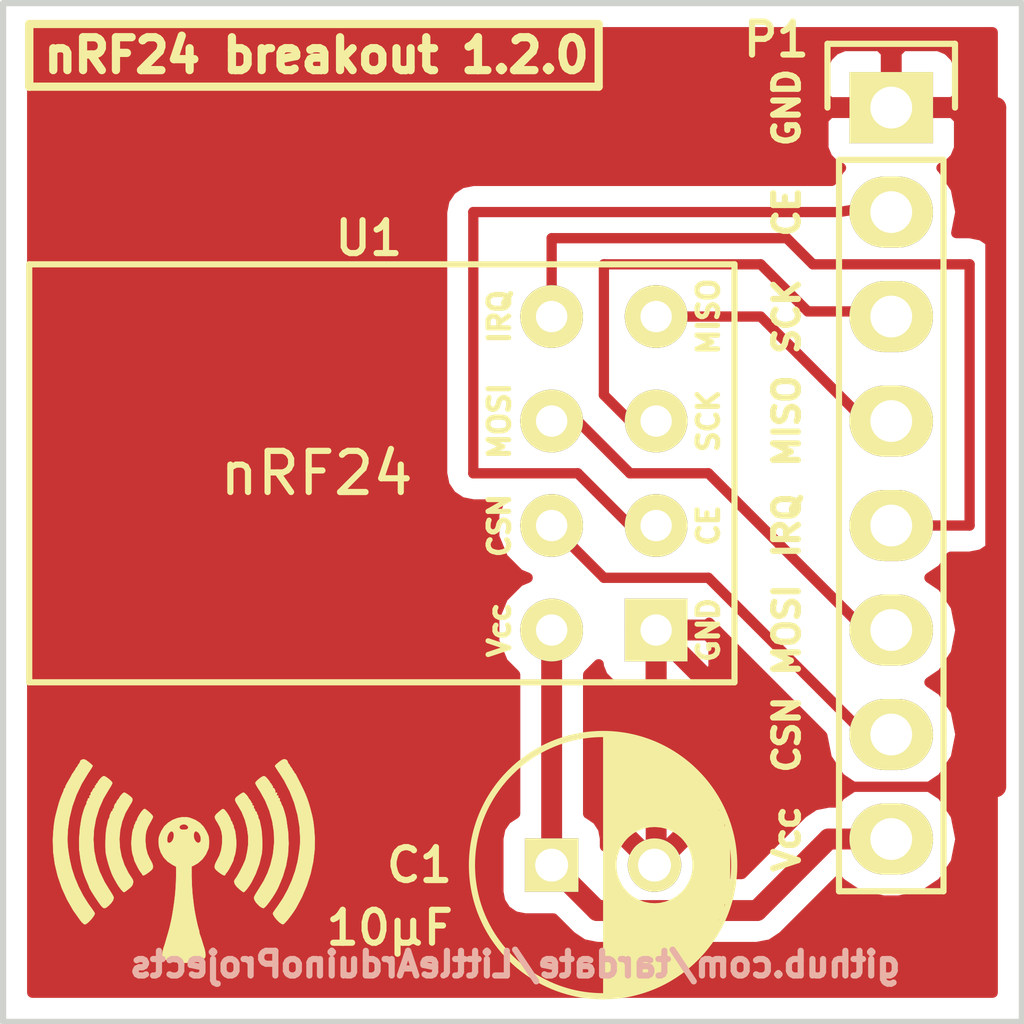
<source format=kicad_pcb>
(kicad_pcb (version 4) (host pcbnew 4.0.1-stable)

  (general
    (links 10)
    (no_connects 0)
    (area 130.099999 103.725 156.873334 130.250001)
    (thickness 1.6)
    (drawings 19)
    (tracks 48)
    (zones 0)
    (modules 4)
    (nets 9)
  )

  (page A4)
  (title_block
    (title "nRF24 Breakout")
    (date 2016-01-16)
    (rev 1.2.0)
    (company github.com/tardate/LittleArduinoProjects/blob/master/Electronics101/nRF24Breakout)
  )

  (layers
    (0 F.Cu signal)
    (31 B.Cu signal)
    (32 B.Adhes user)
    (33 F.Adhes user)
    (34 B.Paste user)
    (35 F.Paste user)
    (36 B.SilkS user)
    (37 F.SilkS user)
    (38 B.Mask user)
    (39 F.Mask user)
    (40 Dwgs.User user)
    (41 Cmts.User user)
    (42 Eco1.User user)
    (43 Eco2.User user)
    (44 Edge.Cuts user)
    (45 Margin user)
    (46 B.CrtYd user)
    (47 F.CrtYd user)
    (48 B.Fab user)
    (49 F.Fab user)
  )

  (setup
    (last_trace_width 0.25)
    (user_trace_width 0.1524)
    (user_trace_width 0.254)
    (user_trace_width 0.381)
    (user_trace_width 0.508)
    (user_trace_width 0.8128)
    (trace_clearance 0.2)
    (zone_clearance 0.508)
    (zone_45_only no)
    (trace_min 0.1524)
    (segment_width 0.2)
    (edge_width 0.15)
    (via_size 0.6)
    (via_drill 0.4)
    (via_min_size 0.4)
    (via_min_drill 0.3302)
    (user_via 0.4826 0.3302)
    (user_via 0.5 0.4)
    (user_via 1.905 0.3302)
    (uvia_size 0.3)
    (uvia_drill 0.1)
    (uvias_allowed no)
    (uvia_min_size 0.2)
    (uvia_min_drill 0.1)
    (pcb_text_width 0.3)
    (pcb_text_size 1.5 1.5)
    (mod_edge_width 0.15)
    (mod_text_size 1 1)
    (mod_text_width 0.15)
    (pad_size 1.524 1.524)
    (pad_drill 0.762)
    (pad_to_mask_clearance 0.2)
    (aux_axis_origin 0 0)
    (visible_elements FFFFFF7F)
    (pcbplotparams
      (layerselection 0x010f0_80000001)
      (usegerberextensions true)
      (excludeedgelayer true)
      (linewidth 0.100000)
      (plotframeref false)
      (viasonmask false)
      (mode 1)
      (useauxorigin false)
      (hpglpennumber 1)
      (hpglpenspeed 20)
      (hpglpendiameter 15)
      (hpglpenoverlay 2)
      (psnegative false)
      (psa4output false)
      (plotreference true)
      (plotvalue true)
      (plotinvisibletext false)
      (padsonsilk false)
      (subtractmaskfromsilk false)
      (outputformat 1)
      (mirror false)
      (drillshape 0)
      (scaleselection 1)
      (outputdirectory nrf24_breakout_export/))
  )

  (net 0 "")
  (net 1 "Net-(P1-Pad2)")
  (net 2 "Net-(P1-Pad3)")
  (net 3 "Net-(P1-Pad4)")
  (net 4 "Net-(P1-Pad5)")
  (net 5 "Net-(P1-Pad6)")
  (net 6 "Net-(P1-Pad7)")
  (net 7 "Net-(C1-Pad1)")
  (net 8 "Net-(C1-Pad2)")

  (net_class Default "This is the default net class."
    (clearance 0.2)
    (trace_width 0.25)
    (via_dia 0.6)
    (via_drill 0.4)
    (uvia_dia 0.3)
    (uvia_drill 0.1)
    (add_net "Net-(C1-Pad1)")
    (add_net "Net-(C1-Pad2)")
    (add_net "Net-(P1-Pad2)")
    (add_net "Net-(P1-Pad3)")
    (add_net "Net-(P1-Pad4)")
    (add_net "Net-(P1-Pad5)")
    (add_net "Net-(P1-Pad6)")
    (add_net "Net-(P1-Pad7)")
  )

  (module Pin_Headers:Pin_Header_Straight_1x08 (layer F.Cu) (tedit 569BB1A5) (tstamp 569B0066)
    (at 151.765 107.95)
    (descr "Through hole pin header")
    (tags "pin header")
    (path /569AD7BE)
    (fp_text reference P1 (at -2.794 -1.651) (layer F.SilkS)
      (effects (font (size 0.8 0.8) (thickness 0.15)))
    )
    (fp_text value CONN_01X08 (at 0 -3.1) (layer F.Fab) hide
      (effects (font (size 1 1) (thickness 0.15)))
    )
    (fp_line (start -1.75 -1.75) (end -1.75 19.55) (layer F.CrtYd) (width 0.05))
    (fp_line (start 1.75 -1.75) (end 1.75 19.55) (layer F.CrtYd) (width 0.05))
    (fp_line (start -1.75 -1.75) (end 1.75 -1.75) (layer F.CrtYd) (width 0.05))
    (fp_line (start -1.75 19.55) (end 1.75 19.55) (layer F.CrtYd) (width 0.05))
    (fp_line (start 1.27 1.27) (end 1.27 19.05) (layer F.SilkS) (width 0.15))
    (fp_line (start 1.27 19.05) (end -1.27 19.05) (layer F.SilkS) (width 0.15))
    (fp_line (start -1.27 19.05) (end -1.27 1.27) (layer F.SilkS) (width 0.15))
    (fp_line (start 1.55 -1.55) (end 1.55 0) (layer F.SilkS) (width 0.15))
    (fp_line (start 1.27 1.27) (end -1.27 1.27) (layer F.SilkS) (width 0.15))
    (fp_line (start -1.55 0) (end -1.55 -1.55) (layer F.SilkS) (width 0.15))
    (fp_line (start -1.55 -1.55) (end 1.55 -1.55) (layer F.SilkS) (width 0.15))
    (pad 1 thru_hole rect (at 0 0) (size 2.032 1.7272) (drill 1.016) (layers *.Cu *.Mask F.SilkS)
      (net 8 "Net-(C1-Pad2)"))
    (pad 2 thru_hole oval (at 0 2.54) (size 2.032 1.7272) (drill 1.016) (layers *.Cu *.Mask F.SilkS)
      (net 1 "Net-(P1-Pad2)"))
    (pad 3 thru_hole oval (at 0 5.08) (size 2.032 1.7272) (drill 1.016) (layers *.Cu *.Mask F.SilkS)
      (net 2 "Net-(P1-Pad3)"))
    (pad 4 thru_hole oval (at 0 7.62) (size 2.032 1.7272) (drill 1.016) (layers *.Cu *.Mask F.SilkS)
      (net 3 "Net-(P1-Pad4)"))
    (pad 5 thru_hole oval (at 0 10.16) (size 2.032 1.7272) (drill 1.016) (layers *.Cu *.Mask F.SilkS)
      (net 4 "Net-(P1-Pad5)"))
    (pad 6 thru_hole oval (at 0 12.7) (size 2.032 1.7272) (drill 1.016) (layers *.Cu *.Mask F.SilkS)
      (net 5 "Net-(P1-Pad6)"))
    (pad 7 thru_hole oval (at 0 15.24) (size 2.032 1.7272) (drill 1.016) (layers *.Cu *.Mask F.SilkS)
      (net 6 "Net-(P1-Pad7)"))
    (pad 8 thru_hole oval (at 0 17.78) (size 2.032 1.7272) (drill 1.016) (layers *.Cu *.Mask F.SilkS)
      (net 7 "Net-(C1-Pad1)"))
    (model Pin_Headers.3dshapes/Pin_Header_Straight_1x08.wrl
      (at (xyz 0 -0.35 0))
      (scale (xyz 1 1 1))
      (rotate (xyz 0 0 90))
    )
  )

  (module nrf24_footprint:nRF24 (layer F.Cu) (tedit 569BB17F) (tstamp 569B007E)
    (at 138.43 120.65)
    (descr "footprint for generic nRF24 module")
    (path /569ADBE8)
    (fp_text reference U1 (at 0.635 -9.525) (layer F.SilkS)
      (effects (font (size 0.8 0.8) (thickness 0.15)))
    )
    (fp_text value nRF24 (at -0.635 -3.81) (layer F.SilkS)
      (effects (font (size 1 1) (thickness 0.15)))
    )
    (fp_line (start -7.62 1.27) (end 9.525 1.27) (layer F.SilkS) (width 0.15))
    (fp_line (start -7.62 -8.89) (end 9.525 -8.89) (layer F.SilkS) (width 0.15))
    (fp_line (start -7.62 -8.89) (end -7.62 1.27) (layer F.SilkS) (width 0.15))
    (fp_line (start 9.525 -8.89) (end 9.525 1.27) (layer F.SilkS) (width 0.15))
    (fp_text user Vcc (at 3.81 0 90) (layer F.SilkS)
      (effects (font (size 0.5 0.5) (thickness 0.125)))
    )
    (fp_text user CSN (at 3.81 -2.54 90) (layer F.SilkS)
      (effects (font (size 0.5 0.5) (thickness 0.125)))
    )
    (fp_text user MOSI (at 3.81 -5.08 90) (layer F.SilkS)
      (effects (font (size 0.5 0.5) (thickness 0.125)))
    )
    (fp_text user IRQ (at 3.81 -7.62 90) (layer F.SilkS)
      (effects (font (size 0.5 0.5) (thickness 0.125)))
    )
    (fp_text user MISO (at 8.89 -7.62 90) (layer F.SilkS)
      (effects (font (size 0.5 0.5) (thickness 0.125)))
    )
    (fp_text user SCK (at 8.89 -5.08 90) (layer F.SilkS)
      (effects (font (size 0.5 0.5) (thickness 0.125)))
    )
    (fp_text user CE (at 8.89 -2.54 90) (layer F.SilkS)
      (effects (font (size 0.5 0.5) (thickness 0.125)))
    )
    (fp_text user GND (at 8.89 0 90) (layer F.SilkS)
      (effects (font (size 0.5 0.5) (thickness 0.125)))
    )
    (pad 1 thru_hole circle (at 7.62 -2.54) (size 1.524 1.524) (drill 0.762) (layers *.Cu *.Mask F.SilkS)
      (net 1 "Net-(P1-Pad2)"))
    (pad 2 thru_hole circle (at 7.62 -5.08) (size 1.524 1.524) (drill 0.762) (layers *.Cu *.Mask F.SilkS)
      (net 2 "Net-(P1-Pad3)"))
    (pad 3 thru_hole circle (at 7.62 -7.62) (size 1.524 1.524) (drill 0.762) (layers *.Cu *.Mask F.SilkS)
      (net 3 "Net-(P1-Pad4)"))
    (pad 4 thru_hole circle (at 5.08 -7.62) (size 1.524 1.524) (drill 0.762) (layers *.Cu *.Mask F.SilkS)
      (net 4 "Net-(P1-Pad5)"))
    (pad 5 thru_hole circle (at 5.08 -5.08) (size 1.524 1.524) (drill 0.762) (layers *.Cu *.Mask F.SilkS)
      (net 5 "Net-(P1-Pad6)"))
    (pad 6 thru_hole circle (at 5.08 -2.54) (size 1.524 1.524) (drill 0.762) (layers *.Cu *.Mask F.SilkS)
      (net 6 "Net-(P1-Pad7)"))
    (pad 7 thru_hole circle (at 5.08 0) (size 1.524 1.524) (drill 0.762) (layers *.Cu *.Mask F.SilkS)
      (net 7 "Net-(C1-Pad1)"))
    (pad 0 thru_hole rect (at 7.62 0) (size 1.524 1.524) (drill 0.762) (layers *.Cu *.Mask F.SilkS)
      (net 8 "Net-(C1-Pad2)"))
  )

  (module Capacitors_ThroughHole:C_Radial_D6.3_L11.2_P2.5 (layer F.Cu) (tedit 569BB190) (tstamp 569BA1D1)
    (at 143.51 126.365)
    (descr "Radial Electrolytic Capacitor, Diameter 6.3mm x Length 11.2mm, Pitch 2.5mm")
    (tags "Electrolytic Capacitor")
    (path /569B7630)
    (fp_text reference C1 (at -3.215 0) (layer F.SilkS)
      (effects (font (size 0.8 0.8) (thickness 0.15)))
    )
    (fp_text value 10µF (at -3.937 1.524) (layer F.SilkS)
      (effects (font (size 0.8 0.8) (thickness 0.15)))
    )
    (fp_line (start 1.325 -3.149) (end 1.325 3.149) (layer F.SilkS) (width 0.15))
    (fp_line (start 1.465 -3.143) (end 1.465 3.143) (layer F.SilkS) (width 0.15))
    (fp_line (start 1.605 -3.13) (end 1.605 -0.446) (layer F.SilkS) (width 0.15))
    (fp_line (start 1.605 0.446) (end 1.605 3.13) (layer F.SilkS) (width 0.15))
    (fp_line (start 1.745 -3.111) (end 1.745 -0.656) (layer F.SilkS) (width 0.15))
    (fp_line (start 1.745 0.656) (end 1.745 3.111) (layer F.SilkS) (width 0.15))
    (fp_line (start 1.885 -3.085) (end 1.885 -0.789) (layer F.SilkS) (width 0.15))
    (fp_line (start 1.885 0.789) (end 1.885 3.085) (layer F.SilkS) (width 0.15))
    (fp_line (start 2.025 -3.053) (end 2.025 -0.88) (layer F.SilkS) (width 0.15))
    (fp_line (start 2.025 0.88) (end 2.025 3.053) (layer F.SilkS) (width 0.15))
    (fp_line (start 2.165 -3.014) (end 2.165 -0.942) (layer F.SilkS) (width 0.15))
    (fp_line (start 2.165 0.942) (end 2.165 3.014) (layer F.SilkS) (width 0.15))
    (fp_line (start 2.305 -2.968) (end 2.305 -0.981) (layer F.SilkS) (width 0.15))
    (fp_line (start 2.305 0.981) (end 2.305 2.968) (layer F.SilkS) (width 0.15))
    (fp_line (start 2.445 -2.915) (end 2.445 -0.998) (layer F.SilkS) (width 0.15))
    (fp_line (start 2.445 0.998) (end 2.445 2.915) (layer F.SilkS) (width 0.15))
    (fp_line (start 2.585 -2.853) (end 2.585 -0.996) (layer F.SilkS) (width 0.15))
    (fp_line (start 2.585 0.996) (end 2.585 2.853) (layer F.SilkS) (width 0.15))
    (fp_line (start 2.725 -2.783) (end 2.725 -0.974) (layer F.SilkS) (width 0.15))
    (fp_line (start 2.725 0.974) (end 2.725 2.783) (layer F.SilkS) (width 0.15))
    (fp_line (start 2.865 -2.704) (end 2.865 -0.931) (layer F.SilkS) (width 0.15))
    (fp_line (start 2.865 0.931) (end 2.865 2.704) (layer F.SilkS) (width 0.15))
    (fp_line (start 3.005 -2.616) (end 3.005 -0.863) (layer F.SilkS) (width 0.15))
    (fp_line (start 3.005 0.863) (end 3.005 2.616) (layer F.SilkS) (width 0.15))
    (fp_line (start 3.145 -2.516) (end 3.145 -0.764) (layer F.SilkS) (width 0.15))
    (fp_line (start 3.145 0.764) (end 3.145 2.516) (layer F.SilkS) (width 0.15))
    (fp_line (start 3.285 -2.404) (end 3.285 -0.619) (layer F.SilkS) (width 0.15))
    (fp_line (start 3.285 0.619) (end 3.285 2.404) (layer F.SilkS) (width 0.15))
    (fp_line (start 3.425 -2.279) (end 3.425 -0.38) (layer F.SilkS) (width 0.15))
    (fp_line (start 3.425 0.38) (end 3.425 2.279) (layer F.SilkS) (width 0.15))
    (fp_line (start 3.565 -2.136) (end 3.565 2.136) (layer F.SilkS) (width 0.15))
    (fp_line (start 3.705 -1.974) (end 3.705 1.974) (layer F.SilkS) (width 0.15))
    (fp_line (start 3.845 -1.786) (end 3.845 1.786) (layer F.SilkS) (width 0.15))
    (fp_line (start 3.985 -1.563) (end 3.985 1.563) (layer F.SilkS) (width 0.15))
    (fp_line (start 4.125 -1.287) (end 4.125 1.287) (layer F.SilkS) (width 0.15))
    (fp_line (start 4.265 -0.912) (end 4.265 0.912) (layer F.SilkS) (width 0.15))
    (fp_circle (center 2.5 0) (end 2.5 -1) (layer F.SilkS) (width 0.15))
    (fp_circle (center 1.25 0) (end 1.25 -3.1875) (layer F.SilkS) (width 0.15))
    (fp_circle (center 1.25 0) (end 1.25 -3.4) (layer F.CrtYd) (width 0.05))
    (pad 2 thru_hole circle (at 2.5 0) (size 1.3 1.3) (drill 0.8) (layers *.Cu *.Mask F.SilkS)
      (net 8 "Net-(C1-Pad2)"))
    (pad 1 thru_hole rect (at 0 0) (size 1.3 1.3) (drill 0.8) (layers *.Cu *.Mask F.SilkS)
      (net 7 "Net-(C1-Pad1)"))
    (model Capacitors_ThroughHole.3dshapes/C_Radial_D6.3_L11.2_P2.5.wrl
      (at (xyz 0 0 0))
      (scale (xyz 1 1 1))
      (rotate (xyz 0 0 0))
    )
  )

  (module graphics:icon-negative (layer F.Cu) (tedit 0) (tstamp 569BBF2A)
    (at 134.62 126.238)
    (fp_text reference G*** (at 0 0) (layer F.SilkS) hide
      (effects (font (thickness 0.3)))
    )
    (fp_text value LOGO (at 0.75 0) (layer F.SilkS) hide
      (effects (font (thickness 0.3)))
    )
    (fp_poly (pts (xy 0.036814 -1.035461) (xy 0.101072 -1.020428) (xy 0.230167 -0.968578) (xy 0.335431 -0.900959)
      (xy 0.421759 -0.812826) (xy 0.494043 -0.699433) (xy 0.543349 -0.59158) (xy 0.555657 -0.538429)
      (xy 0.561434 -0.465166) (xy 0.560653 -0.385149) (xy 0.553284 -0.311738) (xy 0.544062 -0.271034)
      (xy 0.484703 -0.135804) (xy 0.400412 -0.019036) (xy 0.295066 0.074646) (xy 0.214114 0.122448)
      (xy 0.136376 0.160217) (xy 0.136531 0.408263) (xy 0.142353 0.611554) (xy 0.158904 0.835096)
      (xy 0.185169 1.067135) (xy 0.20592 1.210336) (xy 0.219311 1.288167) (xy 0.236287 1.376654)
      (xy 0.25507 1.467587) (xy 0.273886 1.552755) (xy 0.290957 1.623948) (xy 0.304508 1.672956)
      (xy 0.30842 1.684191) (xy 0.320873 1.72939) (xy 0.323893 1.756872) (xy 0.331797 1.801488)
      (xy 0.339189 1.819996) (xy 0.351229 1.850112) (xy 0.36902 1.902548) (xy 0.389032 1.966818)
      (xy 0.392189 1.97745) (xy 0.412263 2.044067) (xy 0.430469 2.101975) (xy 0.44326 2.139927)
      (xy 0.444403 2.142971) (xy 0.455212 2.182061) (xy 0.466077 2.238226) (xy 0.470367 2.266992)
      (xy 0.475008 2.324434) (xy 0.468626 2.361121) (xy 0.451994 2.386303) (xy 0.403212 2.419936)
      (xy 0.32248 2.449374) (xy 0.211748 2.474021) (xy 0.12088 2.487666) (xy 0.035083 2.497672)
      (xy -0.032755 2.502407) (xy -0.096007 2.501829) (xy -0.168047 2.495893) (xy -0.247181 2.486476)
      (xy -0.366976 2.465962) (xy -0.461419 2.438452) (xy -0.52743 2.405042) (xy -0.556807 2.376202)
      (xy -0.574119 2.322124) (xy -0.569833 2.244734) (xy -0.543837 2.142756) (xy -0.534127 2.113825)
      (xy -0.51452 2.054987) (xy -0.497716 2.000212) (xy -0.493745 1.985973) (xy -0.481879 1.943692)
      (xy -0.463915 1.882203) (xy -0.443949 1.815503) (xy -0.422768 1.742747) (xy -0.403201 1.670664)
      (xy -0.390569 1.619463) (xy -0.37572 1.55355) (xy -0.360685 1.487251) (xy -0.357791 1.474564)
      (xy -0.339091 1.382428) (xy -0.318817 1.264678) (xy -0.298261 1.129672) (xy -0.278715 0.985769)
      (xy -0.265598 0.877919) (xy -0.258215 0.802344) (xy -0.251462 0.712044) (xy -0.245548 0.612948)
      (xy -0.24068 0.510982) (xy -0.237068 0.412073) (xy -0.23492 0.322148) (xy -0.234446 0.247133)
      (xy -0.235853 0.192957) (xy -0.239352 0.165546) (xy -0.240438 0.163682) (xy -0.258346 0.1531)
      (xy -0.29642 0.13293) (xy -0.322052 0.119843) (xy -0.442458 0.040846) (xy -0.539558 -0.060917)
      (xy -0.610692 -0.181127) (xy -0.653197 -0.315468) (xy -0.664832 -0.43644) (xy -0.66368 -0.477367)
      (xy -0.458504 -0.477367) (xy -0.449567 -0.43517) (xy -0.426736 -0.411804) (xy -0.392041 -0.412805)
      (xy -0.354166 -0.435334) (xy -0.321792 -0.47655) (xy -0.321524 -0.477049) (xy -0.298493 -0.537441)
      (xy -0.291763 -0.590985) (xy 0.187517 -0.590985) (xy 0.196251 -0.525968) (xy 0.219115 -0.471786)
      (xy 0.251102 -0.432548) (xy 0.287206 -0.41236) (xy 0.322421 -0.41533) (xy 0.351741 -0.445564)
      (xy 0.355528 -0.453156) (xy 0.365523 -0.51072) (xy 0.353642 -0.577723) (xy 0.323098 -0.640523)
      (xy 0.306475 -0.661303) (xy 0.263136 -0.693541) (xy 0.226549 -0.693956) (xy 0.200306 -0.664669)
      (xy 0.187999 -0.607805) (xy 0.187517 -0.590985) (xy -0.291763 -0.590985) (xy -0.291049 -0.596659)
      (xy -0.297731 -0.64764) (xy -0.317076 -0.683322) (xy -0.347624 -0.696642) (xy -0.366195 -0.692882)
      (xy -0.40485 -0.661924) (xy -0.435518 -0.608274) (xy -0.454601 -0.543049) (xy -0.458504 -0.477367)
      (xy -0.66368 -0.477367) (xy -0.663087 -0.498397) (xy -0.655844 -0.549946) (xy -0.640085 -0.602342)
      (xy -0.612796 -0.666843) (xy -0.590298 -0.714649) (xy -0.531328 -0.804874) (xy -0.159269 -0.804874)
      (xy -0.153257 -0.766804) (xy -0.153213 -0.766723) (xy -0.133656 -0.745248) (xy -0.098585 -0.735138)
      (xy -0.051141 -0.73302) (xy 0.004137 -0.736254) (xy 0.035712 -0.74815) (xy 0.050932 -0.766723)
      (xy 0.058897 -0.797796) (xy 0.041331 -0.827789) (xy 0.034485 -0.834911) (xy -0.007044 -0.86011)
      (xy -0.055303 -0.866756) (xy -0.102173 -0.857799) (xy -0.139535 -0.836188) (xy -0.159269 -0.804874)
      (xy -0.531328 -0.804874) (xy -0.524428 -0.81543) (xy -0.434123 -0.901256) (xy -0.326115 -0.969149)
      (xy -0.207135 -1.016132) (xy -0.083915 -1.039229) (xy 0.036814 -1.035461)) (layer F.SilkS) (width 0.01))
    (fp_poly (pts (xy -2.449529 -2.435543) (xy -2.411941 -2.412182) (xy -2.36658 -2.378769) (xy -2.321867 -2.342264)
      (xy -2.286223 -2.309625) (xy -2.268067 -2.287811) (xy -2.267248 -2.284911) (xy -2.276347 -2.266021)
      (xy -2.301085 -2.225256) (xy -2.337622 -2.168726) (xy -2.379542 -2.106304) (xy -2.534154 -1.852088)
      (xy -2.662202 -1.582847) (xy -2.762229 -1.303172) (xy -2.832778 -1.017655) (xy -2.872391 -0.730888)
      (xy -2.880939 -0.526569) (xy -2.880077 -0.448166) (xy -2.87691 -0.376644) (xy -2.87057 -0.303634)
      (xy -2.860188 -0.220769) (xy -2.844895 -0.119681) (xy -2.828035 -0.017047) (xy -2.77897 0.200849)
      (xy -2.704995 0.427591) (xy -2.610111 0.653956) (xy -2.498321 0.870721) (xy -2.373625 1.068664)
      (xy -2.332094 1.125935) (xy -2.2857 1.189358) (xy -2.24815 1.24398) (xy -2.223634 1.283483)
      (xy -2.216171 1.300659) (xy -2.228238 1.338089) (xy -2.25971 1.388146) (xy -2.303759 1.443305)
      (xy -2.353558 1.49604) (xy -2.402279 1.538827) (xy -2.443094 1.56414) (xy -2.45863 1.567896)
      (xy -2.483673 1.555488) (xy -2.520376 1.522635) (xy -2.558458 1.47927) (xy -2.736314 1.229353)
      (xy -2.889305 0.962611) (xy -3.016083 0.683057) (xy -3.115299 0.394709) (xy -3.185605 0.101581)
      (xy -3.225653 -0.192312) (xy -3.234094 -0.482953) (xy -3.23246 -0.528054) (xy -3.221027 -0.712753)
      (xy -3.20479 -0.872585) (xy -3.184166 -1.003809) (xy -3.174559 -1.048389) (xy -3.154973 -1.128056)
      (xy -3.132175 -1.216647) (xy -3.109352 -1.302117) (xy -3.089689 -1.372419) (xy -3.08212 -1.397852)
      (xy -3.054642 -1.479523) (xy -3.022448 -1.56413) (xy -2.991389 -1.636613) (xy -2.981232 -1.657588)
      (xy -2.968211 -1.696067) (xy -2.966174 -1.71299) (xy -2.957041 -1.735824) (xy -2.949127 -1.738792)
      (xy -2.933918 -1.752562) (xy -2.93208 -1.763844) (xy -2.928829 -1.782649) (xy -2.917305 -1.810957)
      (xy -2.89485 -1.853969) (xy -2.858805 -1.916887) (xy -2.822937 -1.97745) (xy -2.794642 -2.027366)
      (xy -2.773495 -2.069175) (xy -2.767397 -2.083993) (xy -2.752146 -2.109175) (xy -2.742575 -2.113826)
      (xy -2.729206 -2.127662) (xy -2.727516 -2.139396) (xy -2.718312 -2.162082) (xy -2.710469 -2.164966)
      (xy -2.694807 -2.178522) (xy -2.693422 -2.187323) (xy -2.682613 -2.215218) (xy -2.659328 -2.246274)
      (xy -2.634684 -2.277597) (xy -2.625235 -2.298542) (xy -2.613541 -2.321394) (xy -2.599664 -2.335436)
      (xy -2.577851 -2.367583) (xy -2.574094 -2.385928) (xy -2.559361 -2.417279) (xy -2.523572 -2.438247)
      (xy -2.479341 -2.443807) (xy -2.449529 -2.435543)) (layer F.SilkS) (width 0.01))
    (fp_poly (pts (xy 2.437226 -2.434846) (xy 2.466129 -2.407694) (xy 2.471812 -2.385784) (xy 2.484075 -2.350765)
      (xy 2.497383 -2.335436) (xy 2.518833 -2.310468) (xy 2.522953 -2.298542) (xy 2.533548 -2.275841)
      (xy 2.557047 -2.246274) (xy 2.581895 -2.212515) (xy 2.591141 -2.187323) (xy 2.601478 -2.166782)
      (xy 2.608188 -2.164966) (xy 2.623312 -2.151159) (xy 2.625235 -2.139396) (xy 2.632175 -2.116601)
      (xy 2.638021 -2.113693) (xy 2.654541 -2.100175) (xy 2.670217 -2.075337) (xy 2.685521 -2.045252)
      (xy 2.712375 -1.992511) (xy 2.746847 -1.924833) (xy 2.781022 -1.857756) (xy 2.84757 -1.723185)
      (xy 2.902079 -1.602485) (xy 2.947879 -1.486401) (xy 2.9883 -1.365682) (xy 3.02667 -1.231076)
      (xy 3.06632 -1.07333) (xy 3.072278 -1.048389) (xy 3.094577 -0.929951) (xy 3.112659 -0.781372)
      (xy 3.126108 -0.606396) (xy 3.130178 -0.528054) (xy 3.126901 -0.246111) (xy 3.092737 0.042688)
      (xy 3.028912 0.333742) (xy 2.936652 0.622451) (xy 2.817181 0.904213) (xy 2.680869 1.15912)
      (xy 2.633366 1.234619) (xy 2.57939 1.313129) (xy 2.523156 1.389315) (xy 2.46888 1.457841)
      (xy 2.420776 1.513371) (xy 2.383058 1.55057) (xy 2.361007 1.564036) (xy 2.327473 1.554391)
      (xy 2.280674 1.522531) (xy 2.253019 1.498146) (xy 2.196634 1.438932) (xy 2.151141 1.380337)
      (xy 2.121926 1.330002) (xy 2.11389 1.300659) (xy 2.123606 1.279511) (xy 2.150014 1.237731)
      (xy 2.188924 1.181638) (xy 2.229813 1.125935) (xy 2.35776 0.935875) (xy 2.47407 0.724072)
      (xy 2.574741 0.499749) (xy 2.655769 0.272128) (xy 2.713155 0.050434) (xy 2.725753 -0.017047)
      (xy 2.745734 -0.139381) (xy 2.760089 -0.236613) (xy 2.769688 -0.317112) (xy 2.7754 -0.389244)
      (xy 2.778093 -0.461379) (xy 2.778658 -0.526569) (xy 2.762181 -0.811398) (xy 2.71372 -1.098278)
      (xy 2.634733 -1.382616) (xy 2.526678 -1.659821) (xy 2.391012 -1.925301) (xy 2.277261 -2.106304)
      (xy 2.233102 -2.172123) (xy 2.197111 -2.227949) (xy 2.173129 -2.267675) (xy 2.164967 -2.284911)
      (xy 2.177613 -2.303204) (xy 2.209984 -2.333978) (xy 2.253727 -2.370371) (xy 2.300491 -2.405524)
      (xy 2.341923 -2.432573) (xy 2.350353 -2.437205) (xy 2.394578 -2.4464) (xy 2.437226 -2.434846)) (layer F.SilkS) (width 0.01))
    (fp_poly (pts (xy -1.982658 -2.034342) (xy -1.940558 -2.01291) (xy -1.891761 -1.978989) (xy -1.844793 -1.939811)
      (xy -1.808184 -1.902611) (xy -1.790461 -1.87462) (xy -1.789933 -1.870895) (xy -1.799085 -1.843048)
      (xy -1.823481 -1.796018) (xy -1.858526 -1.73835) (xy -1.872809 -1.716713) (xy -2.007101 -1.488577)
      (xy -2.113447 -1.245386) (xy -2.190339 -0.992021) (xy -2.23627 -0.733364) (xy -2.249887 -0.495781)
      (xy -2.232589 -0.229191) (xy -2.181762 0.031773) (xy -2.097596 0.286512) (xy -1.980283 0.534425)
      (xy -1.856542 0.73655) (xy -1.814592 0.801388) (xy -1.781199 0.858721) (xy -1.760522 0.901064)
      (xy -1.755839 0.917857) (xy -1.771655 0.979303) (xy -1.817719 1.048318) (xy -1.87798 1.109498)
      (xy -1.932723 1.153509) (xy -1.973282 1.172096) (xy -2.006726 1.166496) (xy -2.040122 1.137946)
      (xy -2.040176 1.137886) (xy -2.074882 1.095322) (xy -2.118624 1.035752) (xy -2.16748 0.965244)
      (xy -2.217527 0.889868) (xy -2.264843 0.815695) (xy -2.305505 0.748794) (xy -2.33559 0.695235)
      (xy -2.351176 0.661089) (xy -2.352483 0.654625) (xy -2.35881 0.636262) (xy -2.375017 0.597067)
      (xy -2.388276 0.566626) (xy -2.430954 0.468241) (xy -2.463947 0.385612) (xy -2.490107 0.309319)
      (xy -2.512284 0.229943) (xy -2.533328 0.138064) (xy -2.556091 0.024263) (xy -2.562348 -0.008524)
      (xy -2.592224 -0.244981) (xy -2.596206 -0.500935) (xy -2.57435 -0.773771) (xy -2.541478 -0.985517)
      (xy -2.525901 -1.057496) (xy -2.50553 -1.135195) (xy -2.482944 -1.21044) (xy -2.460722 -1.275058)
      (xy -2.44144 -1.320875) (xy -2.430234 -1.338188) (xy -2.416282 -1.368144) (xy -2.416732 -1.383478)
      (xy -2.412636 -1.413735) (xy -2.404568 -1.42284) (xy -2.389438 -1.447429) (xy -2.386577 -1.467046)
      (xy -2.375134 -1.494429) (xy -2.359858 -1.500134) (xy -2.34126 -1.509811) (xy -2.343959 -1.534228)
      (xy -2.345009 -1.562208) (xy -2.329657 -1.568322) (xy -2.31182 -1.580399) (xy -2.31345 -1.602416)
      (xy -2.314248 -1.629591) (xy -2.306512 -1.63651) (xy -2.290671 -1.65081) (xy -2.271392 -1.686228)
      (xy -2.267042 -1.696699) (xy -2.247134 -1.733577) (xy -2.227316 -1.74953) (xy -2.223173 -1.749115)
      (xy -2.209635 -1.754482) (xy -2.211501 -1.774161) (xy -2.210631 -1.800587) (xy -2.201048 -1.80698)
      (xy -2.184173 -1.820755) (xy -2.182013 -1.83255) (xy -2.172808 -1.855236) (xy -2.164966 -1.858121)
      (xy -2.148413 -1.870951) (xy -2.147919 -1.874973) (xy -2.135364 -1.904096) (xy -2.099475 -1.951681)
      (xy -2.050846 -2.00583) (xy -2.010105 -2.034346) (xy -1.982658 -2.034342)) (layer F.SilkS) (width 0.01))
    (fp_poly (pts (xy 1.917922 -2.030123) (xy 1.948564 -2.00583) (xy 2.002739 -1.945) (xy 2.035921 -1.899477)
      (xy 2.045638 -1.874973) (xy 2.058616 -1.858609) (xy 2.062685 -1.858121) (xy 2.077809 -1.844314)
      (xy 2.079732 -1.83255) (xy 2.089986 -1.809882) (xy 2.098767 -1.80698) (xy 2.110586 -1.793565)
      (xy 2.10922 -1.774161) (xy 2.109421 -1.750058) (xy 2.120017 -1.748598) (xy 2.139892 -1.740713)
      (xy 2.159084 -1.712044) (xy 2.171402 -1.675449) (xy 2.170654 -1.643791) (xy 2.170578 -1.643591)
      (xy 2.170861 -1.626936) (xy 2.191191 -1.630596) (xy 2.211567 -1.633988) (xy 2.214051 -1.61596)
      (xy 2.209925 -1.59715) (xy 2.205231 -1.565981) (xy 2.216353 -1.55972) (xy 2.226388 -1.562832)
      (xy 2.245533 -1.564854) (xy 2.244557 -1.54364) (xy 2.242497 -1.536807) (xy 2.239647 -1.508085)
      (xy 2.259564 -1.500134) (xy 2.280044 -1.491009) (xy 2.280421 -1.459079) (xy 2.280284 -1.458358)
      (xy 2.280323 -1.427185) (xy 2.291082 -1.420003) (xy 2.306226 -1.408778) (xy 2.309866 -1.389329)
      (xy 2.318555 -1.352655) (xy 2.328573 -1.338188) (xy 2.343588 -1.312302) (xy 2.363572 -1.261403)
      (xy 2.385942 -1.193727) (xy 2.408114 -1.117507) (xy 2.427505 -1.040978) (xy 2.439197 -0.985517)
      (xy 2.481939 -0.684617) (xy 2.49522 -0.398709) (xy 2.478798 -0.125209) (xy 2.43243 0.138462)
      (xy 2.355874 0.394885) (xy 2.294894 0.547371) (xy 2.273705 0.596351) (xy 2.256677 0.636774)
      (xy 2.2548 0.641378) (xy 2.223196 0.709153) (xy 2.180028 0.787324) (xy 2.129114 0.870434)
      (xy 2.074271 0.953025) (xy 2.019316 1.02964) (xy 1.968068 1.094822) (xy 1.924343 1.143113)
      (xy 1.89196 1.169056) (xy 1.883692 1.171889) (xy 1.851047 1.162932) (xy 1.80525 1.134159)
      (xy 1.775699 1.109891) (xy 1.705996 1.03682) (xy 1.66473 0.968828) (xy 1.653557 0.91802)
      (xy 1.662659 0.89169) (xy 1.687448 0.844093) (xy 1.724153 0.781956) (xy 1.769001 0.712006)
      (xy 1.769576 0.711143) (xy 1.888851 0.516125) (xy 1.981681 0.326103) (xy 2.052119 0.130836)
      (xy 2.104219 -0.079918) (xy 2.122385 -0.180241) (xy 2.146479 -0.43051) (xy 2.138557 -0.685131)
      (xy 2.099593 -0.939852) (xy 2.030562 -1.190419) (xy 1.932437 -1.432578) (xy 1.806192 -1.662077)
      (xy 1.770528 -1.716713) (xy 1.732783 -1.776114) (xy 1.70404 -1.827942) (xy 1.688892 -1.863652)
      (xy 1.687651 -1.870895) (xy 1.700759 -1.896282) (xy 1.734394 -1.932272) (xy 1.780031 -1.971631)
      (xy 1.829139 -2.007126) (xy 1.873191 -2.031525) (xy 1.880377 -2.034342) (xy 1.917922 -2.030123)) (layer F.SilkS) (width 0.01))
    (fp_poly (pts (xy -1.471985 -1.625713) (xy -1.424115 -1.596697) (xy -1.366971 -1.554527) (xy -1.333926 -1.527133)
      (xy -1.30656 -1.495965) (xy -1.298649 -1.461656) (xy -1.311212 -1.417711) (xy -1.345268 -1.357635)
      (xy -1.365262 -1.32745) (xy -1.472764 -1.139574) (xy -1.550652 -0.938846) (xy -1.598993 -0.729185)
      (xy -1.617855 -0.514512) (xy -1.607306 -0.298747) (xy -1.567414 -0.08581) (xy -1.498247 0.120378)
      (xy -1.399873 0.315898) (xy -1.335026 0.41511) (xy -1.301388 0.466106) (xy -1.285817 0.504014)
      (xy -1.284206 0.541647) (xy -1.2873 0.564049) (xy -1.298795 0.605018) (xy -1.322161 0.641263)
      (xy -1.36421 0.681829) (xy -1.395051 0.707101) (xy -1.443783 0.744696) (xy -1.482117 0.77211)
      (xy -1.50243 0.78392) (xy -1.503178 0.784034) (xy -1.523086 0.773429) (xy -1.541792 0.757115)
      (xy -1.585004 0.708884) (xy -1.629556 0.648029) (xy -1.67886 0.569264) (xy -1.73633 0.467305)
      (xy -1.772034 0.400604) (xy -1.804423 0.329098) (xy -1.839858 0.234189) (xy -1.875158 0.125998)
      (xy -1.907144 0.014642) (xy -1.932633 -0.08976) (xy -1.943494 -0.144899) (xy -1.951976 -0.222245)
      (xy -1.956072 -0.32303) (xy -1.956048 -0.436917) (xy -1.952175 -0.553572) (xy -1.944719 -0.662658)
      (xy -1.933948 -0.75384) (xy -1.926693 -0.792685) (xy -1.913122 -0.855355) (xy -1.901384 -0.914227)
      (xy -1.897908 -0.93348) (xy -1.88719 -0.974359) (xy -1.874074 -0.997859) (xy -1.873284 -0.998412)
      (xy -1.860603 -1.021357) (xy -1.85812 -1.041103) (xy -1.849979 -1.085469) (xy -1.842318 -1.104023)
      (xy -1.823308 -1.14641) (xy -1.816868 -1.164537) (xy -1.802904 -1.186107) (xy -1.793052 -1.186693)
      (xy -1.782572 -1.193681) (xy -1.780147 -1.215445) (xy -1.772854 -1.243981) (xy -1.758833 -1.248269)
      (xy -1.744778 -1.253584) (xy -1.7473 -1.261453) (xy -1.748361 -1.286647) (xy -1.737736 -1.324331)
      (xy -1.721023 -1.360219) (xy -1.703821 -1.380025) (xy -1.700536 -1.380805) (xy -1.688679 -1.394433)
      (xy -1.687651 -1.403161) (xy -1.676841 -1.431057) (xy -1.653557 -1.462113) (xy -1.62908 -1.491487)
      (xy -1.619463 -1.508856) (xy -1.60835 -1.532549) (xy -1.58135 -1.56747) (xy -1.547968 -1.603222)
      (xy -1.517709 -1.629406) (xy -1.502765 -1.63651) (xy -1.471985 -1.625713)) (layer F.SilkS) (width 0.01))
    (fp_poly (pts (xy 1.422144 -1.624354) (xy 1.454068 -1.594819) (xy 1.486751 -1.558302) (xy 1.510687 -1.525202)
      (xy 1.517182 -1.508856) (xy 1.527601 -1.490386) (xy 1.551276 -1.462113) (xy 1.576124 -1.428354)
      (xy 1.58537 -1.403161) (xy 1.596794 -1.382637) (xy 1.604265 -1.380805) (xy 1.615574 -1.366465)
      (xy 1.61227 -1.333926) (xy 1.607534 -1.305155) (xy 1.614346 -1.306934) (xy 1.618029 -1.31214)
      (xy 1.633164 -1.327801) (xy 1.644444 -1.311723) (xy 1.645627 -1.308694) (xy 1.649432 -1.274727)
      (xy 1.645277 -1.26187) (xy 1.647226 -1.248243) (xy 1.656552 -1.248269) (xy 1.674231 -1.238212)
      (xy 1.677774 -1.214597) (xy 1.685198 -1.184654) (xy 1.699083 -1.176242) (xy 1.717648 -1.162073)
      (xy 1.721745 -1.143154) (xy 1.729573 -1.11052) (xy 1.738792 -1.09953) (xy 1.752109 -1.075973)
      (xy 1.755839 -1.048389) (xy 1.761534 -1.013214) (xy 1.771003 -0.998412) (xy 1.784071 -0.976568)
      (xy 1.795122 -0.936343) (xy 1.795627 -0.93348) (xy 1.805259 -0.882659) (xy 1.818546 -0.819126)
      (xy 1.824411 -0.792685) (xy 1.836894 -0.715789) (xy 1.84621 -0.615293) (xy 1.852091 -0.501531)
      (xy 1.85427 -0.384839) (xy 1.852478 -0.275555) (xy 1.846446 -0.184012) (xy 1.841213 -0.144899)
      (xy 1.783258 0.09805) (xy 1.695615 0.336544) (xy 1.595438 0.53698) (xy 1.550268 0.610892)
      (xy 1.503643 0.678415) (xy 1.460157 0.733699) (xy 1.424403 0.770896) (xy 1.40133 0.784161)
      (xy 1.382967 0.774094) (xy 1.346338 0.747643) (xy 1.299214 0.710436) (xy 1.29709 0.708696)
      (xy 1.234411 0.649251) (xy 1.193418 0.593205) (xy 1.184473 0.573251) (xy 1.174369 0.537516)
      (xy 1.175895 0.508969) (xy 1.192241 0.475955) (xy 1.223289 0.431368) (xy 1.255613 0.381207)
      (xy 1.294967 0.311853) (xy 1.33728 0.231502) (xy 1.378484 0.14835) (xy 1.41451 0.070595)
      (xy 1.441287 0.006433) (xy 1.454374 -0.034094) (xy 1.462679 -0.072139) (xy 1.475671 -0.130671)
      (xy 1.490318 -0.196034) (xy 1.516096 -0.381592) (xy 1.514353 -0.578052) (xy 1.486516 -0.778306)
      (xy 1.434013 -0.975248) (xy 1.358273 -1.161769) (xy 1.262981 -1.32745) (xy 1.21999 -1.395847)
      (xy 1.198903 -1.4455) (xy 1.1987 -1.482905) (xy 1.218362 -1.514556) (xy 1.231645 -1.527133)
      (xy 1.290566 -1.574446) (xy 1.344579 -1.611432) (xy 1.385866 -1.633027) (xy 1.400484 -1.63651)
      (xy 1.422144 -1.624354)) (layer F.SilkS) (width 0.01))
    (fp_poly (pts (xy -0.988188 -1.233228) (xy -0.977596 -1.226181) (xy -0.915085 -1.177868) (xy -0.860968 -1.129271)
      (xy -0.82129 -1.086428) (xy -0.802097 -1.055372) (xy -0.801208 -1.050082) (xy -0.809642 -1.022055)
      (xy -0.831921 -0.974785) (xy -0.86351 -0.917744) (xy -0.868848 -0.908802) (xy -0.926496 -0.801963)
      (xy -0.963324 -0.702401) (xy -0.982251 -0.598184) (xy -0.986196 -0.477381) (xy -0.984833 -0.434698)
      (xy -0.96947 -0.282157) (xy -0.935704 -0.149437) (xy -0.880449 -0.0259) (xy -0.852189 0.022441)
      (xy -0.819545 0.086799) (xy -0.802494 0.145583) (xy -0.801208 0.161698) (xy -0.804911 0.195024)
      (xy -0.819923 0.224338) (xy -0.852095 0.257706) (xy -0.899228 0.296814) (xy -0.961247 0.341559)
      (xy -1.011029 0.368495) (xy -1.044328 0.375889) (xy -1.0569 0.362006) (xy -1.056912 0.361201)
      (xy -1.067097 0.339235) (xy -1.086745 0.313454) (xy -1.121728 0.26758) (xy -1.158772 0.205415)
      (xy -1.198399 0.127852) (xy -1.222494 0.078659) (xy -1.242328 0.038528) (xy -1.246563 0.030063)
      (xy -1.259475 -0.008615) (xy -1.261476 -0.02557) (xy -1.269216 -0.062673) (xy -1.27711 -0.081204)
      (xy -1.294223 -0.130469) (xy -1.308798 -0.203163) (xy -1.319564 -0.288645) (xy -1.325248 -0.376273)
      (xy -1.324581 -0.455407) (xy -1.323532 -0.469747) (xy -1.312194 -0.586181) (xy -1.30119 -0.670985)
      (xy -1.290121 -0.726618) (xy -1.278588 -0.755536) (xy -1.276777 -0.757738) (xy -1.264402 -0.78664)
      (xy -1.261476 -0.812135) (xy -1.254654 -0.846868) (xy -1.244429 -0.860873) (xy -1.230109 -0.884917)
      (xy -1.227382 -0.904496) (xy -1.220049 -0.931646) (xy -1.210335 -0.937584) (xy -1.194944 -0.951272)
      (xy -1.193288 -0.961543) (xy -1.183573 -0.997636) (xy -1.158116 -1.050585) (xy -1.122451 -1.110603)
      (xy -1.082112 -1.167906) (xy -1.064163 -1.189904) (xy -1.030882 -1.225847) (xy -1.008796 -1.238931)
      (xy -0.988188 -1.233228)) (layer F.SilkS) (width 0.01))
    (fp_poly (pts (xy 0.920167 -1.232043) (xy 0.941843 -1.212832) (xy 0.961881 -1.189904) (xy 1.002523 -1.13694)
      (xy 1.040945 -1.076919) (xy 1.071613 -1.019626) (xy 1.088994 -0.974848) (xy 1.091007 -0.961543)
      (xy 1.100746 -0.939912) (xy 1.108054 -0.937584) (xy 1.122042 -0.923351) (xy 1.125101 -0.904496)
      (xy 1.132929 -0.871862) (xy 1.142148 -0.860873) (xy 1.155765 -0.837168) (xy 1.159195 -0.812135)
      (xy 1.165525 -0.774538) (xy 1.174496 -0.757738) (xy 1.186134 -0.73265) (xy 1.197247 -0.681219)
      (xy 1.208236 -0.600988) (xy 1.219498 -0.489499) (xy 1.221251 -0.469747) (xy 1.223392 -0.393701)
      (xy 1.218918 -0.306958) (xy 1.2091 -0.220158) (xy 1.195209 -0.143944) (xy 1.178517 -0.088957)
      (xy 1.174829 -0.081204) (xy 1.161348 -0.042792) (xy 1.159195 -0.02557) (xy 1.15172 0.011807)
      (xy 1.144282 0.030063) (xy 1.127601 0.063658) (xy 1.104025 0.111663) (xy 1.096118 0.127852)
      (xy 1.052889 0.21199) (xy 1.01624 0.272323) (xy 0.984463 0.313454) (xy 0.962061 0.343644)
      (xy 0.954631 0.361201) (xy 0.942785 0.375784) (xy 0.910076 0.369037) (xy 0.86075 0.342693)
      (xy 0.799053 0.298485) (xy 0.796947 0.296814) (xy 0.74484 0.253209) (xy 0.715043 0.220756)
      (xy 0.701701 0.191386) (xy 0.698927 0.161698) (xy 0.709439 0.108173) (xy 0.737381 0.044058)
      (xy 0.749908 0.022441) (xy 0.816004 -0.104515) (xy 0.858405 -0.237926) (xy 0.880106 -0.38803)
      (xy 0.882733 -0.431163) (xy 0.882408 -0.569214) (xy 0.865373 -0.686981) (xy 0.828645 -0.795394)
      (xy 0.769238 -0.905379) (xy 0.741704 -0.947493) (xy 0.708958 -1.006028) (xy 0.703209 -1.052755)
      (xy 0.7258 -1.096813) (xy 0.770044 -1.140512) (xy 0.830265 -1.192044) (xy 0.870967 -1.223346)
      (xy 0.898738 -1.236113) (xy 0.920167 -1.232043)) (layer F.SilkS) (width 0.01))
  )

  (gr_text github.com/tardate/LittleArduinoProjects (at 142.621 128.778) (layer B.SilkS)
    (effects (font (size 0.6 0.6) (thickness 0.15)) (justify mirror))
  )
  (gr_line (start 130.81 105.918) (end 130.81 107.442) (angle 90) (layer F.SilkS) (width 0.2))
  (gr_line (start 144.653 105.918) (end 130.81 105.918) (angle 90) (layer F.SilkS) (width 0.2))
  (gr_line (start 144.653 107.442) (end 144.653 105.918) (angle 90) (layer F.SilkS) (width 0.2))
  (gr_line (start 130.81 107.442) (end 144.653 107.442) (angle 90) (layer F.SilkS) (width 0.2))
  (gr_line (start 130.81 106.045) (end 130.81 107.442) (angle 90) (layer F.SilkS) (width 0.2))
  (gr_line (start 154.94 130.175) (end 154.94 105.41) (layer Edge.Cuts) (width 0.15))
  (gr_line (start 130.175 130.175) (end 154.94 130.175) (layer Edge.Cuts) (width 0.15))
  (gr_line (start 130.175 105.41) (end 130.175 130.175) (layer Edge.Cuts) (width 0.15))
  (gr_text "nRF24 breakout 1.2.0" (at 137.795 106.68) (layer F.SilkS)
    (effects (font (size 0.8 0.8) (thickness 0.2)))
  )
  (gr_text GND (at 149.225 107.95 90) (layer F.SilkS) (tstamp 569B724F)
    (effects (font (size 0.6 0.6) (thickness 0.15)))
  )
  (gr_text CE (at 149.225 110.49 90) (layer F.SilkS) (tstamp 569B7244)
    (effects (font (size 0.6 0.6) (thickness 0.15)))
  )
  (gr_text SCK (at 149.225 113.03 90) (layer F.SilkS) (tstamp 569B7242)
    (effects (font (size 0.6 0.6) (thickness 0.15)))
  )
  (gr_text MISO (at 149.225 115.57 90) (layer F.SilkS) (tstamp 569B723F)
    (effects (font (size 0.6 0.6) (thickness 0.15)))
  )
  (gr_text IRQ (at 149.225 118.11 90) (layer F.SilkS) (tstamp 569B723B)
    (effects (font (size 0.6 0.6) (thickness 0.15)))
  )
  (gr_text MOSI (at 149.225 120.65 90) (layer F.SilkS) (tstamp 569B7238)
    (effects (font (size 0.6 0.6) (thickness 0.15)))
  )
  (gr_text CSN (at 149.225 123.19 90) (layer F.SilkS) (tstamp 569B7233)
    (effects (font (size 0.6 0.6) (thickness 0.15)))
  )
  (gr_text Vcc (at 149.225 125.73 90) (layer F.SilkS)
    (effects (font (size 0.6 0.6) (thickness 0.15)))
  )
  (gr_line (start 154.94 105.41) (end 130.175 105.41) (angle 90) (layer Edge.Cuts) (width 0.15))

  (segment (start 146.05 118.11) (end 145.415 118.11) (width 0.25) (layer F.Cu) (net 1))
  (segment (start 145.415 118.11) (end 144.145 116.84) (width 0.25) (layer F.Cu) (net 1) (tstamp 569B0578))
  (segment (start 144.145 116.84) (end 141.605 116.84) (width 0.25) (layer F.Cu) (net 1) (tstamp 569B057B))
  (segment (start 141.605 116.84) (end 141.605 110.49) (width 0.25) (layer F.Cu) (net 1) (tstamp 569B057D))
  (segment (start 141.605 110.49) (end 150.495 110.49) (width 0.25) (layer F.Cu) (net 1) (tstamp 569B0580))
  (segment (start 150.495 110.49) (end 151.255 110.365) (width 0.25) (layer F.Cu) (net 1) (tstamp 569B0583))
  (segment (start 151.255 110.365) (end 152.428333 110.365) (width 0.25) (layer F.Cu) (net 1) (tstamp 569B0589))
  (segment (start 146.05 115.57) (end 145.415 115.57) (width 0.25) (layer F.Cu) (net 2))
  (segment (start 145.415 115.57) (end 144.78 114.935) (width 0.25) (layer F.Cu) (net 2) (tstamp 569B04E6))
  (segment (start 144.78 114.935) (end 144.78 111.76) (width 0.25) (layer F.Cu) (net 2) (tstamp 569B04EB))
  (segment (start 144.78 111.76) (end 148.59 111.76) (width 0.25) (layer F.Cu) (net 2) (tstamp 569B04EF))
  (segment (start 148.59 111.76) (end 149.735 112.905) (width 0.25) (layer F.Cu) (net 2) (tstamp 569B04F2))
  (segment (start 149.735 112.905) (end 152.428333 112.905) (width 0.25) (layer F.Cu) (net 2) (tstamp 569B04F4))
  (segment (start 146.05 113.03) (end 148.59 113.03) (width 0.25) (layer F.Cu) (net 3))
  (segment (start 151.005 115.445) (end 152.428333 115.445) (width 0.25) (layer F.Cu) (net 3) (tstamp 569B04B2))
  (segment (start 148.59 113.03) (end 151.005 115.445) (width 0.25) (layer F.Cu) (net 3) (tstamp 569B04A9))
  (segment (start 143.51 113.03) (end 143.51 111.125) (width 0.25) (layer F.Cu) (net 4))
  (segment (start 153.67 118.11) (end 151.765 118.11) (width 0.25) (layer F.Cu) (net 4) (tstamp 569B6E4F))
  (segment (start 153.67 111.76) (end 153.67 118.11) (width 0.25) (layer F.Cu) (net 4) (tstamp 569B6E4C))
  (segment (start 149.86 111.76) (end 153.67 111.76) (width 0.25) (layer F.Cu) (net 4) (tstamp 569B6E4B))
  (segment (start 149.225 111.125) (end 149.86 111.76) (width 0.25) (layer F.Cu) (net 4) (tstamp 569B6E49))
  (segment (start 143.51 111.125) (end 149.225 111.125) (width 0.25) (layer F.Cu) (net 4) (tstamp 569B6E47))
  (segment (start 143.51 115.57) (end 144.145 115.57) (width 0.25) (layer F.Cu) (net 5))
  (segment (start 144.145 115.57) (end 145.415 116.84) (width 0.25) (layer F.Cu) (net 5) (tstamp 569B6E34))
  (segment (start 145.415 116.84) (end 147.32 116.84) (width 0.25) (layer F.Cu) (net 5) (tstamp 569B6E3A))
  (segment (start 147.32 116.84) (end 151.13 120.65) (width 0.25) (layer F.Cu) (net 5) (tstamp 569B6E3C))
  (segment (start 151.13 120.65) (end 151.765 120.65) (width 0.25) (layer F.Cu) (net 5) (tstamp 569B6E3F))
  (segment (start 143.51 118.11) (end 144.78 119.38) (width 0.25) (layer F.Cu) (net 6))
  (segment (start 147.32 119.38) (end 151.13 123.19) (width 0.25) (layer F.Cu) (net 6) (tstamp 569B6E1C))
  (segment (start 144.78 119.38) (end 147.32 119.38) (width 0.25) (layer F.Cu) (net 6) (tstamp 569B6E1A))
  (segment (start 151.13 123.19) (end 151.765 123.19) (width 0.25) (layer F.Cu) (net 6) (tstamp 569B6E21))
  (segment (start 143.51 126.365) (end 144.614001 127.469001) (width 0.508) (layer F.Cu) (net 7))
  (segment (start 144.614001 127.469001) (end 148.501999 127.469001) (width 0.508) (layer F.Cu) (net 7))
  (segment (start 148.501999 127.469001) (end 150.241 125.73) (width 0.508) (layer F.Cu) (net 7))
  (segment (start 150.241 125.73) (end 151.765 125.73) (width 0.508) (layer F.Cu) (net 7))
  (segment (start 143.51 120.65) (end 143.51 126.365) (width 0.508) (layer F.Cu) (net 7))
  (segment (start 152.303333 125.73) (end 152.428333 125.605) (width 0.25) (layer F.Cu) (net 7) (tstamp 569B055F))
  (segment (start 146.05 120.65) (end 146.05 126.325) (width 0.508) (layer F.Cu) (net 8))
  (segment (start 146.05 126.325) (end 146.01 126.365) (width 0.508) (layer F.Cu) (net 8) (tstamp 569BAA91))
  (segment (start 146.05 120.65) (end 149.86 124.46) (width 0.508) (layer F.Cu) (net 8))
  (segment (start 154.305 124.46) (end 154.305 107.95) (width 0.508) (layer F.Cu) (net 8))
  (segment (start 149.86 124.46) (end 154.305 124.46) (width 0.25) (layer F.Cu) (net 8))
  (segment (start 154.305 107.95) (end 152.4 107.95) (width 0.508) (layer F.Cu) (net 8))
  (segment (start 151.13 107.95) (end 152.303333 107.95) (width 0.25) (layer F.Cu) (net 8))
  (segment (start 152.303333 107.95) (end 152.428333 107.825) (width 0.25) (layer F.Cu) (net 8) (tstamp 569B05D2))
  (segment (start 146.05 120.65) (end 145.415 120.65) (width 0.25) (layer F.Cu) (net 8))
  (segment (start 151.13 107.95) (end 151.158333 107.921667) (width 0.25) (layer F.Cu) (net 8) (tstamp 569B05D0))
  (segment (start 151.158333 107.921667) (end 151.158333 107.825) (width 0.25) (layer F.Cu) (net 8) (tstamp 569B05B3))

  (zone (net 8) (net_name "Net-(C1-Pad2)") (layer F.Cu) (tstamp 0) (hatch edge 0.508)
    (connect_pads (clearance 0.508))
    (min_thickness 0.254)
    (fill yes (arc_segments 16) (thermal_gap 0.508) (thermal_bridge_width 0.508))
    (polygon
      (pts
        (xy 130.429 105.664) (xy 154.686 105.664) (xy 154.686 129.921) (xy 130.429 129.921)
      )
    )
    (filled_polygon
      (pts
        (xy 154.23 111.256421) (xy 154.207401 111.222599) (xy 153.960839 111.057852) (xy 153.67 111) (xy 153.3469 111)
        (xy 153.448345 110.49) (xy 153.334271 109.916511) (xy 153.009415 109.43033) (xy 152.98722 109.4155) (xy 153.140698 109.351927)
        (xy 153.319327 109.173299) (xy 153.416 108.93991) (xy 153.416 108.23575) (xy 153.25725 108.077) (xy 151.892 108.077)
        (xy 151.892 108.097) (xy 151.638 108.097) (xy 151.638 108.077) (xy 150.27275 108.077) (xy 150.114 108.23575)
        (xy 150.114 108.93991) (xy 150.210673 109.173299) (xy 150.389302 109.351927) (xy 150.54278 109.4155) (xy 150.520585 109.43033)
        (xy 150.320352 109.73) (xy 141.605 109.73) (xy 141.314161 109.787852) (xy 141.067599 109.952599) (xy 140.902852 110.199161)
        (xy 140.845 110.49) (xy 140.845 116.84) (xy 140.902852 117.130839) (xy 141.067599 117.377401) (xy 141.314161 117.542148)
        (xy 141.605 117.6) (xy 142.209121 117.6) (xy 142.113243 117.8309) (xy 142.112758 118.386661) (xy 142.32499 118.900303)
        (xy 142.71763 119.293629) (xy 142.925512 119.379949) (xy 142.719697 119.46499) (xy 142.326371 119.85763) (xy 142.113243 120.3709)
        (xy 142.112758 120.926661) (xy 142.32499 121.440303) (xy 142.621 121.73683) (xy 142.621 125.114208) (xy 142.408559 125.25091)
        (xy 142.263569 125.46311) (xy 142.21256 125.715) (xy 142.21256 127.015) (xy 142.256838 127.250317) (xy 142.39591 127.466441)
        (xy 142.60811 127.611431) (xy 142.86 127.66244) (xy 143.550204 127.66244) (xy 143.985383 128.097619) (xy 144.273795 128.29033)
        (xy 144.614001 128.358001) (xy 148.501999 128.358001) (xy 148.842205 128.29033) (xy 149.130617 128.097619) (xy 150.487733 126.740503)
        (xy 150.520585 126.78967) (xy 151.006766 127.114526) (xy 151.580255 127.2286) (xy 151.949745 127.2286) (xy 152.523234 127.114526)
        (xy 153.009415 126.78967) (xy 153.334271 126.303489) (xy 153.448345 125.73) (xy 153.334271 125.156511) (xy 153.009415 124.67033)
        (xy 152.694634 124.46) (xy 153.009415 124.24967) (xy 153.334271 123.763489) (xy 153.448345 123.19) (xy 153.334271 122.616511)
        (xy 153.009415 122.13033) (xy 152.694634 121.92) (xy 153.009415 121.70967) (xy 153.334271 121.223489) (xy 153.448345 120.65)
        (xy 153.334271 120.076511) (xy 153.009415 119.59033) (xy 152.694634 119.38) (xy 153.009415 119.16967) (xy 153.209648 118.87)
        (xy 153.67 118.87) (xy 153.960839 118.812148) (xy 154.207401 118.647401) (xy 154.23 118.613579) (xy 154.23 129.465)
        (xy 130.885 129.465) (xy 130.885 106.96009) (xy 150.114 106.96009) (xy 150.114 107.66425) (xy 150.27275 107.823)
        (xy 151.638 107.823) (xy 151.638 106.61015) (xy 151.892 106.61015) (xy 151.892 107.823) (xy 153.25725 107.823)
        (xy 153.416 107.66425) (xy 153.416 106.96009) (xy 153.319327 106.726701) (xy 153.140698 106.548073) (xy 152.907309 106.4514)
        (xy 152.05075 106.4514) (xy 151.892 106.61015) (xy 151.638 106.61015) (xy 151.47925 106.4514) (xy 150.622691 106.4514)
        (xy 150.389302 106.548073) (xy 150.210673 106.726701) (xy 150.114 106.96009) (xy 130.885 106.96009) (xy 130.885 106.12)
        (xy 154.23 106.12)
      )
    )
    (filled_polygon
      (pts
        (xy 150.088224 123.223026) (xy 150.195729 123.763489) (xy 150.520585 124.24967) (xy 150.835366 124.46) (xy 150.520585 124.67033)
        (xy 150.406547 124.841) (xy 150.241 124.841) (xy 149.900794 124.908671) (xy 149.663273 125.067378) (xy 149.612382 125.101382)
        (xy 148.133763 126.580001) (xy 147.295763 126.580001) (xy 147.307622 126.545922) (xy 147.278083 126.035572) (xy 147.139611 125.701271)
        (xy 146.909016 125.64559) (xy 146.189605 126.365) (xy 146.203748 126.379143) (xy 146.024143 126.558748) (xy 146.01 126.544605)
        (xy 145.995858 126.558748) (xy 145.816253 126.379143) (xy 145.830395 126.365) (xy 145.110984 125.64559) (xy 144.880389 125.701271)
        (xy 144.80744 125.910902) (xy 144.80744 125.715) (xy 144.763162 125.479683) (xy 144.754347 125.465984) (xy 145.29059 125.465984)
        (xy 146.01 126.185395) (xy 146.72941 125.465984) (xy 146.673729 125.235389) (xy 146.190922 125.067378) (xy 145.680572 125.096917)
        (xy 145.346271 125.235389) (xy 145.29059 125.465984) (xy 144.754347 125.465984) (xy 144.62409 125.263559) (xy 144.41189 125.118569)
        (xy 144.399 125.115959) (xy 144.399 121.736485) (xy 144.653 121.482928) (xy 144.653 121.53831) (xy 144.749673 121.771699)
        (xy 144.928302 121.950327) (xy 145.161691 122.047) (xy 145.76425 122.047) (xy 145.923 121.88825) (xy 145.923 120.777)
        (xy 146.177 120.777) (xy 146.177 121.88825) (xy 146.33575 122.047) (xy 146.938309 122.047) (xy 147.171698 121.950327)
        (xy 147.350327 121.771699) (xy 147.447 121.53831) (xy 147.447 120.93575) (xy 147.28825 120.777) (xy 146.177 120.777)
        (xy 145.923 120.777) (xy 145.903 120.777) (xy 145.903 120.523) (xy 145.923 120.523) (xy 145.923 120.503)
        (xy 146.177 120.503) (xy 146.177 120.523) (xy 147.28825 120.523) (xy 147.338224 120.473026)
      )
    )
  )
)

</source>
